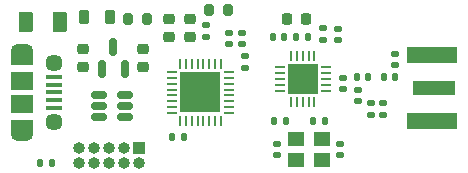
<source format=gbr>
%TF.GenerationSoftware,KiCad,Pcbnew,(6.0.1)*%
%TF.CreationDate,2022-05-09T00:38:21+05:45*%
%TF.ProjectId,ST_RF,53545f52-462e-46b6-9963-61645f706362,rev?*%
%TF.SameCoordinates,Original*%
%TF.FileFunction,Soldermask,Top*%
%TF.FilePolarity,Negative*%
%FSLAX46Y46*%
G04 Gerber Fmt 4.6, Leading zero omitted, Abs format (unit mm)*
G04 Created by KiCad (PCBNEW (6.0.1)) date 2022-05-09 00:38:21*
%MOMM*%
%LPD*%
G01*
G04 APERTURE LIST*
G04 Aperture macros list*
%AMRoundRect*
0 Rectangle with rounded corners*
0 $1 Rounding radius*
0 $2 $3 $4 $5 $6 $7 $8 $9 X,Y pos of 4 corners*
0 Add a 4 corners polygon primitive as box body*
4,1,4,$2,$3,$4,$5,$6,$7,$8,$9,$2,$3,0*
0 Add four circle primitives for the rounded corners*
1,1,$1+$1,$2,$3*
1,1,$1+$1,$4,$5*
1,1,$1+$1,$6,$7*
1,1,$1+$1,$8,$9*
0 Add four rect primitives between the rounded corners*
20,1,$1+$1,$2,$3,$4,$5,0*
20,1,$1+$1,$4,$5,$6,$7,0*
20,1,$1+$1,$6,$7,$8,$9,0*
20,1,$1+$1,$8,$9,$2,$3,0*%
G04 Aperture macros list end*
%ADD10O,1.000000X1.000000*%
%ADD11R,1.000000X1.000000*%
%ADD12R,1.400000X1.200000*%
%ADD13RoundRect,0.062500X-0.062500X0.375000X-0.062500X-0.375000X0.062500X-0.375000X0.062500X0.375000X0*%
%ADD14RoundRect,0.062500X-0.375000X0.062500X-0.375000X-0.062500X0.375000X-0.062500X0.375000X0.062500X0*%
%ADD15R,3.450000X3.450000*%
%ADD16RoundRect,0.150000X0.512500X0.150000X-0.512500X0.150000X-0.512500X-0.150000X0.512500X-0.150000X0*%
%ADD17R,2.500000X2.500000*%
%ADD18RoundRect,0.062500X-0.062500X-0.350000X0.062500X-0.350000X0.062500X0.350000X-0.062500X0.350000X0*%
%ADD19RoundRect,0.062500X-0.350000X-0.062500X0.350000X-0.062500X0.350000X0.062500X-0.350000X0.062500X0*%
%ADD20RoundRect,0.150000X0.150000X-0.587500X0.150000X0.587500X-0.150000X0.587500X-0.150000X-0.587500X0*%
%ADD21RoundRect,0.200000X-0.200000X-0.275000X0.200000X-0.275000X0.200000X0.275000X-0.200000X0.275000X0*%
%ADD22RoundRect,0.200000X0.200000X0.275000X-0.200000X0.275000X-0.200000X-0.275000X0.200000X-0.275000X0*%
%ADD23RoundRect,0.135000X0.185000X-0.135000X0.185000X0.135000X-0.185000X0.135000X-0.185000X-0.135000X0*%
%ADD24RoundRect,0.135000X0.135000X0.185000X-0.135000X0.185000X-0.135000X-0.185000X0.135000X-0.185000X0*%
%ADD25RoundRect,0.135000X-0.185000X0.135000X-0.185000X-0.135000X0.185000X-0.135000X0.185000X0.135000X0*%
%ADD26RoundRect,0.147500X-0.172500X0.147500X-0.172500X-0.147500X0.172500X-0.147500X0.172500X0.147500X0*%
%ADD27RoundRect,0.147500X-0.147500X-0.172500X0.147500X-0.172500X0.147500X0.172500X-0.147500X0.172500X0*%
%ADD28RoundRect,0.147500X0.172500X-0.147500X0.172500X0.147500X-0.172500X0.147500X-0.172500X-0.147500X0*%
%ADD29R,3.600000X1.270000*%
%ADD30R,4.200000X1.350000*%
%ADD31R,1.350000X0.400000*%
%ADD32R,1.900000X1.500000*%
%ADD33R,1.900000X1.200000*%
%ADD34O,1.900000X1.200000*%
%ADD35C,1.450000*%
%ADD36RoundRect,0.218750X-0.218750X-0.381250X0.218750X-0.381250X0.218750X0.381250X-0.218750X0.381250X0*%
%ADD37RoundRect,0.250000X-0.375000X-0.625000X0.375000X-0.625000X0.375000X0.625000X-0.375000X0.625000X0*%
%ADD38RoundRect,0.218750X-0.256250X0.218750X-0.256250X-0.218750X0.256250X-0.218750X0.256250X0.218750X0*%
%ADD39RoundRect,0.140000X0.170000X-0.140000X0.170000X0.140000X-0.170000X0.140000X-0.170000X-0.140000X0*%
%ADD40RoundRect,0.140000X-0.140000X-0.170000X0.140000X-0.170000X0.140000X0.170000X-0.140000X0.170000X0*%
%ADD41RoundRect,0.140000X0.140000X0.170000X-0.140000X0.170000X-0.140000X-0.170000X0.140000X-0.170000X0*%
%ADD42RoundRect,0.140000X-0.170000X0.140000X-0.170000X-0.140000X0.170000X-0.140000X0.170000X0.140000X0*%
%ADD43RoundRect,0.225000X0.250000X-0.225000X0.250000X0.225000X-0.250000X0.225000X-0.250000X-0.225000X0*%
%ADD44RoundRect,0.225000X-0.225000X-0.250000X0.225000X-0.250000X0.225000X0.250000X-0.225000X0.250000X0*%
%ADD45RoundRect,0.225000X-0.250000X0.225000X-0.250000X-0.225000X0.250000X-0.225000X0.250000X0.225000X0*%
G04 APERTURE END LIST*
D10*
%TO.C,J3*%
X31496000Y-41910000D03*
X31496000Y-40640000D03*
X32766000Y-41910000D03*
X32766000Y-40640000D03*
X34036000Y-41910000D03*
X34036000Y-40640000D03*
X35306000Y-41910000D03*
X35306000Y-40640000D03*
X36576000Y-41910000D03*
D11*
X36576000Y-40640000D03*
%TD*%
D12*
%TO.C,Y1*%
X52042400Y-39917000D03*
X49842400Y-39917000D03*
X49842400Y-41617000D03*
X52042400Y-41617000D03*
%TD*%
D13*
%TO.C,U4*%
X43533000Y-33503500D03*
X43033000Y-33503500D03*
X42533000Y-33503500D03*
X42033000Y-33503500D03*
X41533000Y-33503500D03*
X41033000Y-33503500D03*
X40533000Y-33503500D03*
X40033000Y-33503500D03*
D14*
X39345500Y-34191000D03*
X39345500Y-34691000D03*
X39345500Y-35191000D03*
X39345500Y-35691000D03*
X39345500Y-36191000D03*
X39345500Y-36691000D03*
X39345500Y-37191000D03*
X39345500Y-37691000D03*
D13*
X40033000Y-38378500D03*
X40533000Y-38378500D03*
X41033000Y-38378500D03*
X41533000Y-38378500D03*
X42033000Y-38378500D03*
X42533000Y-38378500D03*
X43033000Y-38378500D03*
X43533000Y-38378500D03*
D14*
X44220500Y-37691000D03*
X44220500Y-37191000D03*
X44220500Y-36691000D03*
X44220500Y-36191000D03*
X44220500Y-35691000D03*
X44220500Y-35191000D03*
X44220500Y-34691000D03*
X44220500Y-34191000D03*
D15*
X41783000Y-35941000D03*
%TD*%
D16*
%TO.C,U3*%
X33152500Y-38034000D03*
X33152500Y-37084000D03*
X33152500Y-36134000D03*
X35427500Y-36134000D03*
X35427500Y-37084000D03*
X35427500Y-38034000D03*
%TD*%
D17*
%TO.C,U2*%
X50434400Y-34798000D03*
D18*
X49434400Y-32860500D03*
X49934400Y-32860500D03*
X50434400Y-32860500D03*
X50934400Y-32860500D03*
X51434400Y-32860500D03*
D19*
X52371900Y-33798000D03*
X52371900Y-34298000D03*
X52371900Y-34798000D03*
X52371900Y-35298000D03*
X52371900Y-35798000D03*
D18*
X51434400Y-36735500D03*
X50934400Y-36735500D03*
X50434400Y-36735500D03*
X49934400Y-36735500D03*
X49434400Y-36735500D03*
D19*
X48496900Y-35798000D03*
X48496900Y-35298000D03*
X48496900Y-34798000D03*
X48496900Y-34298000D03*
X48496900Y-33798000D03*
%TD*%
D20*
%TO.C,U1*%
X33467000Y-33957500D03*
X35367000Y-33957500D03*
X34417000Y-32082500D03*
%TD*%
D21*
%TO.C,R5*%
X42482000Y-28956000D03*
X44132000Y-28956000D03*
%TD*%
D22*
%TO.C,R4*%
X37274000Y-29718000D03*
X35624000Y-29718000D03*
%TD*%
D23*
%TO.C,R3*%
X45542200Y-33911000D03*
X45542200Y-32891000D03*
%TD*%
D24*
%TO.C,R2*%
X52325400Y-38354000D03*
X51305400Y-38354000D03*
%TD*%
D25*
%TO.C,R1*%
X52196400Y-30478000D03*
X52196400Y-31498000D03*
%TD*%
D26*
%TO.C,L3*%
X55117400Y-35710000D03*
X55117400Y-36680000D03*
%TD*%
D27*
%TO.C,L2*%
X55013400Y-34671000D03*
X55983400Y-34671000D03*
%TD*%
D28*
%TO.C,L1*%
X53863400Y-35664000D03*
X53863400Y-34694000D03*
%TD*%
D29*
%TO.C,J2*%
X61577500Y-35560000D03*
D30*
X61377500Y-32735000D03*
X61377500Y-38385000D03*
%TD*%
D31*
%TO.C,J1*%
X29402500Y-34641000D03*
X29402500Y-35291000D03*
X29402500Y-35941000D03*
X29402500Y-36591000D03*
X29402500Y-37241000D03*
D32*
X26702500Y-34941000D03*
D33*
X26702500Y-38841000D03*
D34*
X26702500Y-39441000D03*
D35*
X29402500Y-33441000D03*
D34*
X26702500Y-32441000D03*
D33*
X26702500Y-33041000D03*
D35*
X29402500Y-38441000D03*
D32*
X26702500Y-36941000D03*
%TD*%
D36*
%TO.C,FB1*%
X31957500Y-29591000D03*
X34082500Y-29591000D03*
%TD*%
D37*
%TO.C,F1*%
X27048000Y-29972000D03*
X29848000Y-29972000D03*
%TD*%
D38*
%TO.C,D2*%
X40894000Y-29692500D03*
X40894000Y-31267500D03*
%TD*%
%TO.C,D1*%
X39116000Y-29692500D03*
X39116000Y-31267500D03*
%TD*%
D39*
%TO.C,C18*%
X44196000Y-31849000D03*
X44196000Y-30889000D03*
%TD*%
D40*
%TO.C,C17*%
X28222000Y-41910000D03*
X29182000Y-41910000D03*
%TD*%
D41*
%TO.C,C16*%
X39398000Y-39751000D03*
X40358000Y-39751000D03*
%TD*%
D39*
%TO.C,C15*%
X42265600Y-31214000D03*
X42265600Y-30254000D03*
%TD*%
%TO.C,C14*%
X45339000Y-31849000D03*
X45339000Y-30889000D03*
%TD*%
D42*
%TO.C,C13*%
X58292400Y-32667000D03*
X58292400Y-33627000D03*
%TD*%
D40*
%TO.C,C12*%
X57304400Y-34671000D03*
X58264400Y-34671000D03*
%TD*%
D39*
%TO.C,C11*%
X56260400Y-37818000D03*
X56260400Y-36858000D03*
%TD*%
%TO.C,C10*%
X48275400Y-41247000D03*
X48275400Y-40287000D03*
%TD*%
%TO.C,C9*%
X57276400Y-37818000D03*
X57276400Y-36858000D03*
%TD*%
D42*
%TO.C,C8*%
X53609400Y-40287000D03*
X53609400Y-41247000D03*
%TD*%
D40*
%TO.C,C7*%
X48993400Y-38354000D03*
X48033400Y-38354000D03*
%TD*%
D39*
%TO.C,C6*%
X53466400Y-31496000D03*
X53466400Y-30536000D03*
%TD*%
D43*
%TO.C,C5*%
X36957000Y-33795000D03*
X36957000Y-32245000D03*
%TD*%
D40*
%TO.C,C4*%
X49910400Y-31242000D03*
X50870400Y-31242000D03*
%TD*%
D44*
%TO.C,C3*%
X49135400Y-29718000D03*
X50685400Y-29718000D03*
%TD*%
D45*
%TO.C,C2*%
X31877000Y-32245000D03*
X31877000Y-33795000D03*
%TD*%
D41*
%TO.C,C1*%
X48866400Y-31242000D03*
X47906400Y-31242000D03*
%TD*%
M02*

</source>
